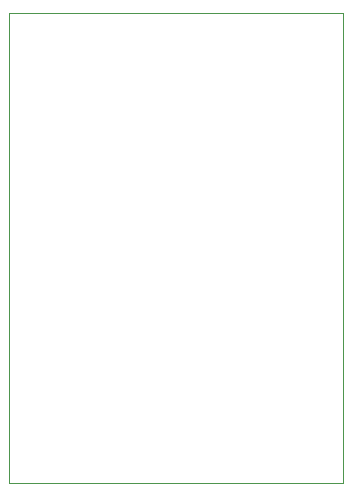
<source format=gm1>
G04 #@! TF.GenerationSoftware,KiCad,Pcbnew,(6.0.4)*
G04 #@! TF.CreationDate,2022-06-28T09:07:53+02:00*
G04 #@! TF.ProjectId,LevelShifter,4c657665-6c53-4686-9966-7465722e6b69,rev?*
G04 #@! TF.SameCoordinates,Original*
G04 #@! TF.FileFunction,Profile,NP*
%FSLAX46Y46*%
G04 Gerber Fmt 4.6, Leading zero omitted, Abs format (unit mm)*
G04 Created by KiCad (PCBNEW (6.0.4)) date 2022-06-28 09:07:53*
%MOMM*%
%LPD*%
G01*
G04 APERTURE LIST*
G04 #@! TA.AperFunction,Profile*
%ADD10C,0.100000*%
G04 #@! TD*
G04 APERTURE END LIST*
D10*
X145800000Y-77800000D02*
X174100000Y-77800000D01*
X174100000Y-77800000D02*
X174100000Y-117600000D01*
X174100000Y-117600000D02*
X145800000Y-117600000D01*
X145800000Y-117600000D02*
X145800000Y-77800000D01*
M02*

</source>
